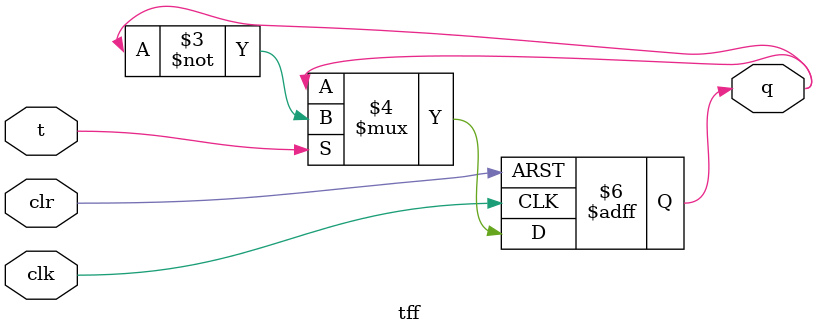
<source format=v>
`timescale 1ns / 1ps


module tff(input clk, clr, t, output reg q
    );
    
    always@(posedge clk, posedge clr) begin
        if(clr == 1'b1) begin
            q<=0;
        end else begin
            if(t)
                q <= ~q;
        end
    end
endmodule

</source>
